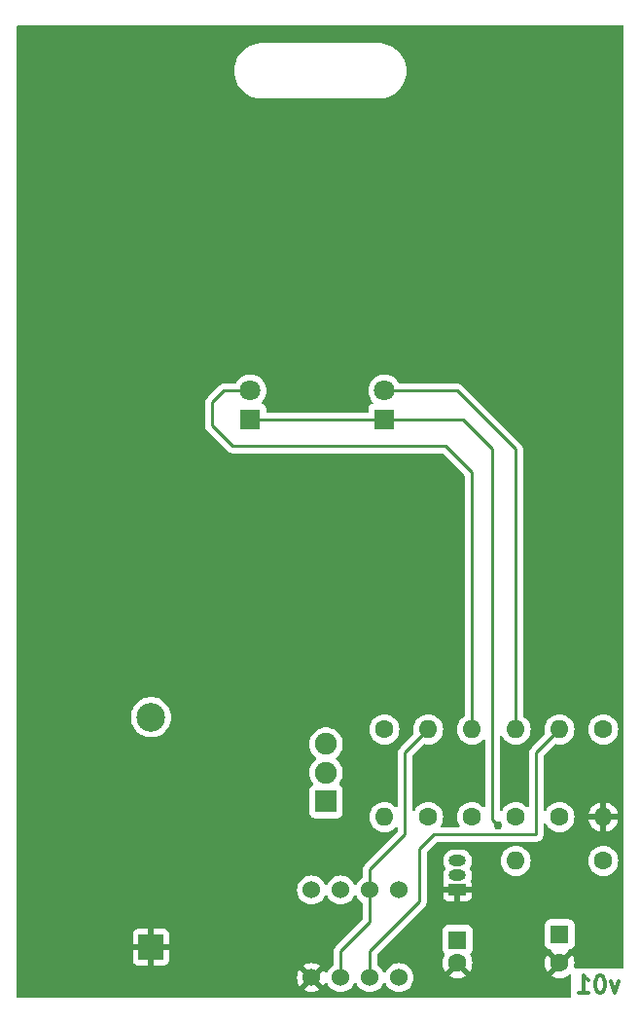
<source format=gbr>
%TF.GenerationSoftware,KiCad,Pcbnew,8.0.0*%
%TF.CreationDate,2024-03-07T10:06:40-08:00*%
%TF.ProjectId,555_Badge,3535355f-4261-4646-9765-2e6b69636164,v01*%
%TF.SameCoordinates,Original*%
%TF.FileFunction,Copper,L2,Bot*%
%TF.FilePolarity,Positive*%
%FSLAX46Y46*%
G04 Gerber Fmt 4.6, Leading zero omitted, Abs format (unit mm)*
G04 Created by KiCad (PCBNEW 8.0.0) date 2024-03-07 10:06:40*
%MOMM*%
%LPD*%
G01*
G04 APERTURE LIST*
%ADD10C,0.300000*%
%TA.AperFunction,NonConductor*%
%ADD11C,0.300000*%
%TD*%
%TA.AperFunction,ComponentPad*%
%ADD12C,1.524000*%
%TD*%
%TA.AperFunction,ComponentPad*%
%ADD13C,1.600000*%
%TD*%
%TA.AperFunction,ComponentPad*%
%ADD14O,1.600000X1.600000*%
%TD*%
%TA.AperFunction,ComponentPad*%
%ADD15R,1.800000X1.800000*%
%TD*%
%TA.AperFunction,ComponentPad*%
%ADD16C,1.800000*%
%TD*%
%TA.AperFunction,ComponentPad*%
%ADD17R,1.600000X1.600000*%
%TD*%
%TA.AperFunction,ComponentPad*%
%ADD18R,2.170000X2.170000*%
%TD*%
%TA.AperFunction,ComponentPad*%
%ADD19C,2.500000*%
%TD*%
%TA.AperFunction,ComponentPad*%
%ADD20R,1.900000X1.900000*%
%TD*%
%TA.AperFunction,ComponentPad*%
%ADD21C,1.900000*%
%TD*%
%TA.AperFunction,ComponentPad*%
%ADD22R,1.500000X1.000000*%
%TD*%
%TA.AperFunction,ComponentPad*%
%ADD23O,1.500000X1.000000*%
%TD*%
%TA.AperFunction,ViaPad*%
%ADD24C,0.762000*%
%TD*%
%TA.AperFunction,Conductor*%
%ADD25C,0.254000*%
%TD*%
G04 APERTURE END LIST*
D10*
D11*
X179928346Y-125038828D02*
X179571203Y-126038828D01*
X179571203Y-126038828D02*
X179214060Y-125038828D01*
X178356917Y-124538828D02*
X178214060Y-124538828D01*
X178214060Y-124538828D02*
X178071203Y-124610257D01*
X178071203Y-124610257D02*
X177999775Y-124681685D01*
X177999775Y-124681685D02*
X177928346Y-124824542D01*
X177928346Y-124824542D02*
X177856917Y-125110257D01*
X177856917Y-125110257D02*
X177856917Y-125467400D01*
X177856917Y-125467400D02*
X177928346Y-125753114D01*
X177928346Y-125753114D02*
X177999775Y-125895971D01*
X177999775Y-125895971D02*
X178071203Y-125967400D01*
X178071203Y-125967400D02*
X178214060Y-126038828D01*
X178214060Y-126038828D02*
X178356917Y-126038828D01*
X178356917Y-126038828D02*
X178499775Y-125967400D01*
X178499775Y-125967400D02*
X178571203Y-125895971D01*
X178571203Y-125895971D02*
X178642632Y-125753114D01*
X178642632Y-125753114D02*
X178714060Y-125467400D01*
X178714060Y-125467400D02*
X178714060Y-125110257D01*
X178714060Y-125110257D02*
X178642632Y-124824542D01*
X178642632Y-124824542D02*
X178571203Y-124681685D01*
X178571203Y-124681685D02*
X178499775Y-124610257D01*
X178499775Y-124610257D02*
X178356917Y-124538828D01*
X176428346Y-126038828D02*
X177285489Y-126038828D01*
X176856918Y-126038828D02*
X176856918Y-124538828D01*
X176856918Y-124538828D02*
X176999775Y-124753114D01*
X176999775Y-124753114D02*
X177142632Y-124895971D01*
X177142632Y-124895971D02*
X177285489Y-124967400D01*
D12*
%TO.P,U1,1,GND*%
%TO.N,GND*%
X153162000Y-124714000D03*
%TO.P,U1,2,~{TRID}*%
%TO.N,Net-(U1-THRESH)*%
X155702000Y-124714000D03*
%TO.P,U1,3,OUT*%
%TO.N,Net-(U1-OUT)*%
X158242000Y-124714000D03*
%TO.P,U1,4,~{RST}*%
%TO.N,VCC*%
X160782000Y-124714000D03*
%TO.P,U1,5,CV*%
%TO.N,unconnected-(U1-CV-Pad5)*%
X160782000Y-117094000D03*
%TO.P,U1,6,THRESH*%
%TO.N,Net-(U1-THRESH)*%
X158242000Y-117094000D03*
%TO.P,U1,7,DIS*%
%TO.N,Net-(U1-DIS)*%
X155702000Y-117094000D03*
%TO.P,U1,8,VDD*%
%TO.N,VCC*%
X153162000Y-117094000D03*
%TD*%
D13*
%TO.P,R7,1*%
%TO.N,VCC*%
X170942000Y-110744000D03*
D14*
%TO.P,R7,2*%
%TO.N,Net-(D2-A)*%
X170942000Y-103124000D03*
%TD*%
D15*
%TO.P,D1,1,K*%
%TO.N,Net-(D1-K)*%
X147828000Y-76200000D03*
D16*
%TO.P,D1,2,A*%
%TO.N,Net-(D1-A)*%
X147828000Y-73660000D03*
%TD*%
D13*
%TO.P,R2,1*%
%TO.N,Net-(U1-DIS)*%
X163322000Y-110744000D03*
D14*
%TO.P,R2,2*%
%TO.N,Net-(U1-THRESH)*%
X163322000Y-103124000D03*
%TD*%
D17*
%TO.P,C1,1*%
%TO.N,Net-(U1-THRESH)*%
X165862000Y-121444000D03*
D13*
%TO.P,C1,2*%
%TO.N,GND*%
X165862000Y-123444000D03*
%TD*%
D17*
%TO.P,C2,1*%
%TO.N,Net-(C2-Pad1)*%
X174752000Y-120944000D03*
D13*
%TO.P,C2,2*%
%TO.N,GND*%
X174752000Y-123444000D03*
%TD*%
D18*
%TO.P,BAT1,Neg*%
%TO.N,GND*%
X139192000Y-122059700D03*
D19*
%TO.P,BAT1,Pos*%
%TO.N,Net-(BAT1-PadPos)*%
X139192000Y-102059700D03*
%TD*%
D13*
%TO.P,R6,1*%
%TO.N,VCC*%
X167132000Y-110744000D03*
D14*
%TO.P,R6,2*%
%TO.N,Net-(D1-A)*%
X167132000Y-103124000D03*
%TD*%
D13*
%TO.P,R1,1*%
%TO.N,VCC*%
X159512000Y-103124000D03*
D14*
%TO.P,R1,2*%
%TO.N,Net-(U1-DIS)*%
X159512000Y-110744000D03*
%TD*%
D15*
%TO.P,D2,1,K*%
%TO.N,Net-(D1-K)*%
X159512000Y-76200000D03*
D16*
%TO.P,D2,2,A*%
%TO.N,Net-(D2-A)*%
X159512000Y-73660000D03*
%TD*%
D13*
%TO.P,R3,1*%
%TO.N,Net-(C2-Pad1)*%
X174752000Y-110744000D03*
D14*
%TO.P,R3,2*%
%TO.N,Net-(U1-OUT)*%
X174752000Y-103124000D03*
%TD*%
D13*
%TO.P,R5,1*%
%TO.N,Net-(C2-Pad1)*%
X178562000Y-114554000D03*
D14*
%TO.P,R5,2*%
%TO.N,Net-(Q1-B)*%
X170942000Y-114554000D03*
%TD*%
D13*
%TO.P,R4,1*%
%TO.N,Net-(C2-Pad1)*%
X178562000Y-103124000D03*
D14*
%TO.P,R4,2*%
%TO.N,GND*%
X178562000Y-110744000D03*
%TD*%
D20*
%TO.P,S1,1*%
%TO.N,unconnected-(S1-Pad1)*%
X154432000Y-109394000D03*
D21*
%TO.P,S1,2*%
%TO.N,VCC*%
X154432000Y-106894000D03*
%TO.P,S1,3*%
%TO.N,Net-(BAT1-PadPos)*%
X154432000Y-104394000D03*
%TD*%
D22*
%TO.P,Q1,1,E*%
%TO.N,GND*%
X165862000Y-117094000D03*
D23*
%TO.P,Q1,2,B*%
%TO.N,Net-(Q1-B)*%
X165862000Y-115824000D03*
%TO.P,Q1,3,C*%
%TO.N,Net-(D1-K)*%
X165862000Y-114554000D03*
%TD*%
D24*
%TO.N,Net-(D1-K)*%
X169418000Y-111506000D03*
%TD*%
D25*
%TO.N,Net-(U1-THRESH)*%
X158242000Y-115316000D02*
X161290000Y-112268000D01*
X158242000Y-117094000D02*
X158242000Y-115316000D01*
X155702000Y-124714000D02*
X155702000Y-122428000D01*
X155702000Y-122428000D02*
X158242000Y-119888000D01*
X161290000Y-105156000D02*
X163322000Y-103124000D01*
X161290000Y-112268000D02*
X161290000Y-105156000D01*
X158242000Y-119888000D02*
X158242000Y-117094000D01*
%TO.N,Net-(D1-A)*%
X167132000Y-103124000D02*
X167132000Y-80772000D01*
X164846000Y-78486000D02*
X146304000Y-78486000D01*
X146304000Y-78486000D02*
X144526000Y-76708000D01*
X144526000Y-76708000D02*
X144526000Y-74676000D01*
X144526000Y-74676000D02*
X145542000Y-73660000D01*
X145542000Y-73660000D02*
X147828000Y-73660000D01*
X167132000Y-80772000D02*
X164846000Y-78486000D01*
%TO.N,Net-(D1-K)*%
X168910000Y-110998000D02*
X168910000Y-78740000D01*
X169418000Y-111506000D02*
X168910000Y-110998000D01*
X168910000Y-78740000D02*
X166370000Y-76200000D01*
X159512000Y-76200000D02*
X147828000Y-76200000D01*
X166370000Y-76200000D02*
X159512000Y-76200000D01*
%TO.N,Net-(D2-A)*%
X170942000Y-78740000D02*
X165862000Y-73660000D01*
X170942000Y-103124000D02*
X170942000Y-78740000D01*
X165862000Y-73660000D02*
X159512000Y-73660000D01*
%TO.N,Net-(U1-OUT)*%
X172720000Y-105156000D02*
X174752000Y-103124000D01*
X172720000Y-112268000D02*
X172720000Y-105156000D01*
X162560000Y-118110000D02*
X162560000Y-113538000D01*
X163830000Y-112268000D02*
X172720000Y-112268000D01*
X158242000Y-124714000D02*
X158242000Y-122428000D01*
X162560000Y-113538000D02*
X163830000Y-112268000D01*
X158242000Y-122428000D02*
X162560000Y-118110000D01*
%TD*%
%TA.AperFunction,Conductor*%
%TO.N,GND*%
G36*
X180290539Y-41922185D02*
G01*
X180336294Y-41974989D01*
X180347500Y-42026500D01*
X180347500Y-123756484D01*
X180327815Y-123823523D01*
X180275011Y-123869278D01*
X180223500Y-123880484D01*
X176142504Y-123880484D01*
X176075465Y-123860799D01*
X176029710Y-123807995D01*
X176019766Y-123738837D01*
X176022729Y-123724390D01*
X176037140Y-123670607D01*
X176037141Y-123670599D01*
X176056966Y-123444002D01*
X176056966Y-123443997D01*
X176037141Y-123217400D01*
X176037139Y-123217389D01*
X175978269Y-122997682D01*
X175978264Y-122997668D01*
X175882136Y-122791521D01*
X175882132Y-122791513D01*
X175831025Y-122718526D01*
X175152000Y-123397552D01*
X175152000Y-123391339D01*
X175124741Y-123289606D01*
X175072080Y-123198394D01*
X174997606Y-123123920D01*
X174906394Y-123071259D01*
X174804661Y-123044000D01*
X174798448Y-123044000D01*
X175482645Y-122359801D01*
X175492492Y-122310807D01*
X175541107Y-122260624D01*
X175596633Y-122245981D01*
X175596576Y-122244900D01*
X175596571Y-122244854D01*
X175596573Y-122244853D01*
X175596564Y-122244676D01*
X175599857Y-122244499D01*
X175599872Y-122244499D01*
X175659483Y-122238091D01*
X175794331Y-122187796D01*
X175909546Y-122101546D01*
X175995796Y-121986331D01*
X176046091Y-121851483D01*
X176052500Y-121791873D01*
X176052499Y-120096128D01*
X176046091Y-120036517D01*
X175995796Y-119901669D01*
X175995795Y-119901668D01*
X175995793Y-119901664D01*
X175909547Y-119786455D01*
X175909544Y-119786452D01*
X175794335Y-119700206D01*
X175794328Y-119700202D01*
X175659482Y-119649908D01*
X175659483Y-119649908D01*
X175599883Y-119643501D01*
X175599881Y-119643500D01*
X175599873Y-119643500D01*
X175599864Y-119643500D01*
X173904129Y-119643500D01*
X173904123Y-119643501D01*
X173844516Y-119649908D01*
X173709671Y-119700202D01*
X173709664Y-119700206D01*
X173594455Y-119786452D01*
X173594452Y-119786455D01*
X173508206Y-119901664D01*
X173508202Y-119901671D01*
X173457908Y-120036517D01*
X173454197Y-120071039D01*
X173451501Y-120096123D01*
X173451500Y-120096135D01*
X173451500Y-121791870D01*
X173451501Y-121791876D01*
X173457908Y-121851483D01*
X173508202Y-121986328D01*
X173508206Y-121986335D01*
X173594452Y-122101544D01*
X173594455Y-122101547D01*
X173709664Y-122187793D01*
X173709671Y-122187797D01*
X173754618Y-122204561D01*
X173844517Y-122238091D01*
X173904127Y-122244500D01*
X173904153Y-122244499D01*
X173907453Y-122244678D01*
X173907372Y-122246183D01*
X173968672Y-122264112D01*
X174014483Y-122316867D01*
X174022016Y-122360464D01*
X174705553Y-123044000D01*
X174699339Y-123044000D01*
X174597606Y-123071259D01*
X174506394Y-123123920D01*
X174431920Y-123198394D01*
X174379259Y-123289606D01*
X174352000Y-123391339D01*
X174352000Y-123397552D01*
X173672974Y-122718526D01*
X173672973Y-122718526D01*
X173621868Y-122791512D01*
X173621866Y-122791516D01*
X173525734Y-122997673D01*
X173525730Y-122997682D01*
X173466860Y-123217389D01*
X173466858Y-123217400D01*
X173447034Y-123443997D01*
X173447034Y-123444002D01*
X173466858Y-123670599D01*
X173466860Y-123670610D01*
X173525730Y-123890317D01*
X173525735Y-123890331D01*
X173621863Y-124096478D01*
X173672974Y-124169472D01*
X174352000Y-123490446D01*
X174352000Y-123496661D01*
X174379259Y-123598394D01*
X174431920Y-123689606D01*
X174506394Y-123764080D01*
X174597606Y-123816741D01*
X174699339Y-123844000D01*
X174705553Y-123844000D01*
X174026526Y-124523025D01*
X174099513Y-124574132D01*
X174099521Y-124574136D01*
X174305668Y-124670264D01*
X174305682Y-124670269D01*
X174525389Y-124729139D01*
X174525400Y-124729141D01*
X174751998Y-124748966D01*
X174752002Y-124748966D01*
X174978599Y-124729141D01*
X174978610Y-124729139D01*
X175198317Y-124670269D01*
X175198326Y-124670265D01*
X175404483Y-124574133D01*
X175404489Y-124574129D01*
X175577722Y-124452830D01*
X175643928Y-124430502D01*
X175711695Y-124447512D01*
X175759509Y-124498460D01*
X175772846Y-124554404D01*
X175772846Y-126375500D01*
X175753161Y-126442539D01*
X175700357Y-126488294D01*
X175648846Y-126499500D01*
X127624500Y-126499500D01*
X127557461Y-126479815D01*
X127511706Y-126427011D01*
X127500500Y-126375500D01*
X127500500Y-123192544D01*
X137607000Y-123192544D01*
X137613401Y-123252072D01*
X137613403Y-123252079D01*
X137663645Y-123386786D01*
X137663649Y-123386793D01*
X137749809Y-123501887D01*
X137749812Y-123501890D01*
X137864906Y-123588050D01*
X137864913Y-123588054D01*
X137999620Y-123638296D01*
X137999627Y-123638298D01*
X138059155Y-123644699D01*
X138059172Y-123644700D01*
X138942000Y-123644700D01*
X138942000Y-122590862D01*
X138966198Y-122604833D01*
X139114983Y-122644700D01*
X139269017Y-122644700D01*
X139417802Y-122604833D01*
X139442000Y-122590862D01*
X139442000Y-123644700D01*
X140324828Y-123644700D01*
X140324844Y-123644699D01*
X140384372Y-123638298D01*
X140384379Y-123638296D01*
X140519086Y-123588054D01*
X140519093Y-123588050D01*
X140634187Y-123501890D01*
X140634190Y-123501887D01*
X140720350Y-123386793D01*
X140720354Y-123386786D01*
X140770596Y-123252079D01*
X140770598Y-123252072D01*
X140776999Y-123192544D01*
X140777000Y-123192527D01*
X140777000Y-122309700D01*
X139723162Y-122309700D01*
X139737133Y-122285502D01*
X139777000Y-122136717D01*
X139777000Y-121982683D01*
X139737133Y-121833898D01*
X139723162Y-121809700D01*
X140777000Y-121809700D01*
X140777000Y-120926872D01*
X140776999Y-120926855D01*
X140770598Y-120867327D01*
X140770596Y-120867320D01*
X140720354Y-120732613D01*
X140720350Y-120732606D01*
X140634190Y-120617512D01*
X140634187Y-120617509D01*
X140519093Y-120531349D01*
X140519086Y-120531345D01*
X140384379Y-120481103D01*
X140384372Y-120481101D01*
X140324844Y-120474700D01*
X139442000Y-120474700D01*
X139442000Y-121528537D01*
X139417802Y-121514567D01*
X139269017Y-121474700D01*
X139114983Y-121474700D01*
X138966198Y-121514567D01*
X138942000Y-121528537D01*
X138942000Y-120474700D01*
X138059155Y-120474700D01*
X137999627Y-120481101D01*
X137999620Y-120481103D01*
X137864913Y-120531345D01*
X137864906Y-120531349D01*
X137749812Y-120617509D01*
X137749809Y-120617512D01*
X137663649Y-120732606D01*
X137663645Y-120732613D01*
X137613403Y-120867320D01*
X137613401Y-120867327D01*
X137607000Y-120926855D01*
X137607000Y-121809700D01*
X138660838Y-121809700D01*
X138646867Y-121833898D01*
X138607000Y-121982683D01*
X138607000Y-122136717D01*
X138646867Y-122285502D01*
X138660838Y-122309700D01*
X137607000Y-122309700D01*
X137607000Y-123192544D01*
X127500500Y-123192544D01*
X127500500Y-106894005D01*
X152976529Y-106894005D01*
X152996379Y-107133559D01*
X153055389Y-107366589D01*
X153151951Y-107586729D01*
X153283427Y-107787966D01*
X153283430Y-107787970D01*
X153292758Y-107798103D01*
X153323679Y-107860758D01*
X153315818Y-107930184D01*
X153271670Y-107984339D01*
X153244863Y-107998266D01*
X153239672Y-108000202D01*
X153239664Y-108000206D01*
X153124455Y-108086452D01*
X153124452Y-108086455D01*
X153038206Y-108201664D01*
X153038202Y-108201671D01*
X152987908Y-108336517D01*
X152981501Y-108396116D01*
X152981501Y-108396123D01*
X152981500Y-108396135D01*
X152981500Y-110391870D01*
X152981501Y-110391876D01*
X152987908Y-110451483D01*
X153038202Y-110586328D01*
X153038206Y-110586335D01*
X153124452Y-110701544D01*
X153124455Y-110701547D01*
X153239664Y-110787793D01*
X153239671Y-110787797D01*
X153374517Y-110838091D01*
X153374516Y-110838091D01*
X153381444Y-110838835D01*
X153434127Y-110844500D01*
X155429872Y-110844499D01*
X155489483Y-110838091D01*
X155624331Y-110787796D01*
X155739546Y-110701546D01*
X155825796Y-110586331D01*
X155876091Y-110451483D01*
X155882500Y-110391873D01*
X155882499Y-108396128D01*
X155876091Y-108336517D01*
X155825796Y-108201669D01*
X155825795Y-108201668D01*
X155825793Y-108201664D01*
X155739547Y-108086455D01*
X155739544Y-108086452D01*
X155624335Y-108000206D01*
X155624330Y-108000203D01*
X155619138Y-107998267D01*
X155563205Y-107956395D01*
X155538788Y-107890931D01*
X155553640Y-107822658D01*
X155571241Y-107798103D01*
X155580571Y-107787969D01*
X155712049Y-107586728D01*
X155808610Y-107366591D01*
X155867620Y-107133563D01*
X155887471Y-106894000D01*
X155867620Y-106654437D01*
X155808610Y-106421409D01*
X155712049Y-106201272D01*
X155580571Y-106000031D01*
X155417764Y-105823175D01*
X155313281Y-105741852D01*
X155272469Y-105685143D01*
X155268794Y-105615370D01*
X155303425Y-105554687D01*
X155313275Y-105546151D01*
X155417764Y-105464825D01*
X155580571Y-105287969D01*
X155712049Y-105086728D01*
X155808610Y-104866591D01*
X155867620Y-104633563D01*
X155884532Y-104429468D01*
X155887471Y-104394005D01*
X155887471Y-104393994D01*
X155867620Y-104154440D01*
X155867620Y-104154437D01*
X155808610Y-103921409D01*
X155712049Y-103701272D01*
X155580571Y-103500031D01*
X155417764Y-103323175D01*
X155417759Y-103323171D01*
X155417757Y-103323169D01*
X155228075Y-103175533D01*
X155228069Y-103175529D01*
X155132854Y-103124001D01*
X158206532Y-103124001D01*
X158226364Y-103350686D01*
X158226366Y-103350697D01*
X158285258Y-103570488D01*
X158285261Y-103570497D01*
X158381431Y-103776732D01*
X158381432Y-103776734D01*
X158511954Y-103963141D01*
X158672858Y-104124045D01*
X158672861Y-104124047D01*
X158859266Y-104254568D01*
X159065504Y-104350739D01*
X159285308Y-104409635D01*
X159447230Y-104423801D01*
X159511998Y-104429468D01*
X159512000Y-104429468D01*
X159512002Y-104429468D01*
X159574385Y-104424010D01*
X159738692Y-104409635D01*
X159958496Y-104350739D01*
X160164734Y-104254568D01*
X160351139Y-104124047D01*
X160512047Y-103963139D01*
X160642568Y-103776734D01*
X160738739Y-103570496D01*
X160797635Y-103350692D01*
X160817468Y-103124000D01*
X160797635Y-102897308D01*
X160738739Y-102677504D01*
X160642568Y-102471266D01*
X160512047Y-102284861D01*
X160512045Y-102284858D01*
X160351141Y-102123954D01*
X160164734Y-101993432D01*
X160164732Y-101993431D01*
X159958497Y-101897261D01*
X159958488Y-101897258D01*
X159738697Y-101838366D01*
X159738693Y-101838365D01*
X159738692Y-101838365D01*
X159738691Y-101838364D01*
X159738686Y-101838364D01*
X159512002Y-101818532D01*
X159511998Y-101818532D01*
X159285313Y-101838364D01*
X159285302Y-101838366D01*
X159065511Y-101897258D01*
X159065502Y-101897261D01*
X158859267Y-101993431D01*
X158859265Y-101993432D01*
X158672858Y-102123954D01*
X158511954Y-102284858D01*
X158381432Y-102471265D01*
X158381431Y-102471267D01*
X158285261Y-102677502D01*
X158285258Y-102677511D01*
X158226366Y-102897302D01*
X158226364Y-102897313D01*
X158206532Y-103123998D01*
X158206532Y-103124001D01*
X155132854Y-103124001D01*
X155016657Y-103061118D01*
X155016652Y-103061116D01*
X154789300Y-102983066D01*
X154611468Y-102953391D01*
X154552192Y-102943500D01*
X154311808Y-102943500D01*
X154264387Y-102951413D01*
X154074699Y-102983066D01*
X153847347Y-103061116D01*
X153847342Y-103061118D01*
X153635930Y-103175529D01*
X153635924Y-103175533D01*
X153446242Y-103323169D01*
X153446239Y-103323172D01*
X153283430Y-103500029D01*
X153283427Y-103500033D01*
X153151951Y-103701270D01*
X153055389Y-103921410D01*
X152996379Y-104154440D01*
X152976529Y-104393994D01*
X152976529Y-104394005D01*
X152996379Y-104633559D01*
X153055389Y-104866589D01*
X153151951Y-105086729D01*
X153283427Y-105287966D01*
X153283429Y-105287969D01*
X153446236Y-105464825D01*
X153550718Y-105546147D01*
X153591531Y-105602857D01*
X153595206Y-105672630D01*
X153560575Y-105733313D01*
X153550724Y-105741848D01*
X153476294Y-105799779D01*
X153446237Y-105823174D01*
X153283430Y-106000029D01*
X153283427Y-106000033D01*
X153151951Y-106201270D01*
X153055389Y-106421410D01*
X152996379Y-106654440D01*
X152976529Y-106893994D01*
X152976529Y-106894005D01*
X127500500Y-106894005D01*
X127500500Y-102059704D01*
X137436592Y-102059704D01*
X137456196Y-102321320D01*
X137456197Y-102321325D01*
X137514576Y-102577102D01*
X137514578Y-102577111D01*
X137514580Y-102577116D01*
X137610432Y-102821343D01*
X137741614Y-103048557D01*
X137801778Y-103124000D01*
X137905198Y-103253685D01*
X138081012Y-103416815D01*
X138097521Y-103432133D01*
X138314296Y-103579928D01*
X138314301Y-103579930D01*
X138314302Y-103579931D01*
X138314303Y-103579932D01*
X138409704Y-103625874D01*
X138550673Y-103693761D01*
X138550674Y-103693761D01*
X138550677Y-103693763D01*
X138801385Y-103771096D01*
X139060818Y-103810200D01*
X139323182Y-103810200D01*
X139582615Y-103771096D01*
X139833323Y-103693763D01*
X140069704Y-103579928D01*
X140286479Y-103432133D01*
X140478805Y-103253681D01*
X140642386Y-103048557D01*
X140773568Y-102821343D01*
X140869420Y-102577116D01*
X140927802Y-102321330D01*
X140932496Y-102258689D01*
X140947408Y-102059704D01*
X140947408Y-102059695D01*
X140927803Y-101798079D01*
X140927802Y-101798074D01*
X140927802Y-101798070D01*
X140869420Y-101542284D01*
X140773568Y-101298057D01*
X140642386Y-101070843D01*
X140478805Y-100865719D01*
X140478804Y-100865718D01*
X140478801Y-100865714D01*
X140286479Y-100687267D01*
X140069704Y-100539472D01*
X140069700Y-100539470D01*
X140069697Y-100539468D01*
X140069696Y-100539467D01*
X139833325Y-100425638D01*
X139833327Y-100425638D01*
X139582623Y-100348306D01*
X139582619Y-100348305D01*
X139582615Y-100348304D01*
X139457823Y-100329494D01*
X139323187Y-100309200D01*
X139323182Y-100309200D01*
X139060818Y-100309200D01*
X139060812Y-100309200D01*
X138899247Y-100333553D01*
X138801385Y-100348304D01*
X138801382Y-100348305D01*
X138801376Y-100348306D01*
X138550673Y-100425638D01*
X138314303Y-100539467D01*
X138314302Y-100539468D01*
X138097520Y-100687267D01*
X137905198Y-100865714D01*
X137741614Y-101070843D01*
X137610432Y-101298056D01*
X137514582Y-101542278D01*
X137514576Y-101542297D01*
X137456197Y-101798074D01*
X137456196Y-101798079D01*
X137436592Y-102059695D01*
X137436592Y-102059704D01*
X127500500Y-102059704D01*
X127500500Y-76769807D01*
X143898500Y-76769807D01*
X143922612Y-76891027D01*
X143922615Y-76891039D01*
X143942193Y-76938303D01*
X143969915Y-77005229D01*
X143969917Y-77005233D01*
X143994699Y-77042322D01*
X143994699Y-77042323D01*
X144038585Y-77108003D01*
X144038591Y-77108011D01*
X145816589Y-78886008D01*
X145894181Y-78963600D01*
X145903994Y-78973413D01*
X145903996Y-78973414D01*
X146006756Y-79042076D01*
X146006758Y-79042077D01*
X146006767Y-79042083D01*
X146028974Y-79051281D01*
X146054071Y-79061677D01*
X146096254Y-79079149D01*
X146120966Y-79089386D01*
X146242192Y-79113499D01*
X146242196Y-79113500D01*
X146242197Y-79113500D01*
X146365803Y-79113500D01*
X164534719Y-79113500D01*
X164601758Y-79133185D01*
X164622400Y-79149819D01*
X166468181Y-80995600D01*
X166501666Y-81056923D01*
X166504500Y-81083281D01*
X166504500Y-101911212D01*
X166484815Y-101978251D01*
X166451623Y-102012787D01*
X166292858Y-102123954D01*
X166131954Y-102284858D01*
X166001432Y-102471265D01*
X166001431Y-102471267D01*
X165905261Y-102677502D01*
X165905258Y-102677511D01*
X165846366Y-102897302D01*
X165846364Y-102897313D01*
X165826532Y-103123998D01*
X165826532Y-103124001D01*
X165846364Y-103350686D01*
X165846366Y-103350697D01*
X165905258Y-103570488D01*
X165905261Y-103570497D01*
X166001431Y-103776732D01*
X166001432Y-103776734D01*
X166131954Y-103963141D01*
X166292858Y-104124045D01*
X166292861Y-104124047D01*
X166479266Y-104254568D01*
X166685504Y-104350739D01*
X166905308Y-104409635D01*
X167067230Y-104423801D01*
X167131998Y-104429468D01*
X167132000Y-104429468D01*
X167132002Y-104429468D01*
X167194385Y-104424010D01*
X167358692Y-104409635D01*
X167578496Y-104350739D01*
X167784734Y-104254568D01*
X167971139Y-104124047D01*
X167991983Y-104103203D01*
X168070819Y-104024368D01*
X168132142Y-103990883D01*
X168201834Y-103995867D01*
X168257767Y-104037739D01*
X168282184Y-104103203D01*
X168282500Y-104112049D01*
X168282500Y-109755951D01*
X168262815Y-109822990D01*
X168210011Y-109868745D01*
X168140853Y-109878689D01*
X168077297Y-109849664D01*
X168070819Y-109843632D01*
X167971141Y-109743954D01*
X167784734Y-109613432D01*
X167784732Y-109613431D01*
X167578497Y-109517261D01*
X167578488Y-109517258D01*
X167358697Y-109458366D01*
X167358693Y-109458365D01*
X167358692Y-109458365D01*
X167358691Y-109458364D01*
X167358686Y-109458364D01*
X167132002Y-109438532D01*
X167131998Y-109438532D01*
X166905313Y-109458364D01*
X166905302Y-109458366D01*
X166685511Y-109517258D01*
X166685502Y-109517261D01*
X166479267Y-109613431D01*
X166479265Y-109613432D01*
X166292858Y-109743954D01*
X166131954Y-109904858D01*
X166001432Y-110091265D01*
X166001431Y-110091267D01*
X165905261Y-110297502D01*
X165905258Y-110297511D01*
X165846366Y-110517302D01*
X165846364Y-110517313D01*
X165826532Y-110743998D01*
X165826532Y-110744001D01*
X165846364Y-110970686D01*
X165846366Y-110970697D01*
X165905258Y-111190488D01*
X165905261Y-111190497D01*
X166001431Y-111396732D01*
X166001432Y-111396734D01*
X166035492Y-111445377D01*
X166057819Y-111511584D01*
X166040808Y-111579351D01*
X165989860Y-111627163D01*
X165933917Y-111640500D01*
X164520083Y-111640500D01*
X164453044Y-111620815D01*
X164407289Y-111568011D01*
X164397345Y-111498853D01*
X164418508Y-111445377D01*
X164452568Y-111396734D01*
X164548739Y-111190496D01*
X164607635Y-110970692D01*
X164627468Y-110744000D01*
X164607635Y-110517308D01*
X164548739Y-110297504D01*
X164452568Y-110091266D01*
X164322047Y-109904861D01*
X164322045Y-109904858D01*
X164161141Y-109743954D01*
X163974734Y-109613432D01*
X163974732Y-109613431D01*
X163768497Y-109517261D01*
X163768488Y-109517258D01*
X163548697Y-109458366D01*
X163548693Y-109458365D01*
X163548692Y-109458365D01*
X163548691Y-109458364D01*
X163548686Y-109458364D01*
X163322002Y-109438532D01*
X163321998Y-109438532D01*
X163095313Y-109458364D01*
X163095302Y-109458366D01*
X162875511Y-109517258D01*
X162875502Y-109517261D01*
X162669267Y-109613431D01*
X162669265Y-109613432D01*
X162482858Y-109743954D01*
X162321954Y-109904858D01*
X162191432Y-110091265D01*
X162191431Y-110091267D01*
X162153882Y-110171792D01*
X162107709Y-110224231D01*
X162040516Y-110243383D01*
X161973635Y-110223167D01*
X161928300Y-110170002D01*
X161917500Y-110119387D01*
X161917500Y-105467280D01*
X161937185Y-105400241D01*
X161953814Y-105379603D01*
X162909409Y-104424008D01*
X162970730Y-104390525D01*
X163029180Y-104391915D01*
X163095308Y-104409635D01*
X163257230Y-104423801D01*
X163321998Y-104429468D01*
X163322000Y-104429468D01*
X163322002Y-104429468D01*
X163384385Y-104424010D01*
X163548692Y-104409635D01*
X163768496Y-104350739D01*
X163974734Y-104254568D01*
X164161139Y-104124047D01*
X164322047Y-103963139D01*
X164452568Y-103776734D01*
X164548739Y-103570496D01*
X164607635Y-103350692D01*
X164627468Y-103124000D01*
X164607635Y-102897308D01*
X164548739Y-102677504D01*
X164452568Y-102471266D01*
X164322047Y-102284861D01*
X164322045Y-102284858D01*
X164161141Y-102123954D01*
X163974734Y-101993432D01*
X163974732Y-101993431D01*
X163768497Y-101897261D01*
X163768488Y-101897258D01*
X163548697Y-101838366D01*
X163548693Y-101838365D01*
X163548692Y-101838365D01*
X163548691Y-101838364D01*
X163548686Y-101838364D01*
X163322002Y-101818532D01*
X163321998Y-101818532D01*
X163095313Y-101838364D01*
X163095302Y-101838366D01*
X162875511Y-101897258D01*
X162875502Y-101897261D01*
X162669267Y-101993431D01*
X162669265Y-101993432D01*
X162482858Y-102123954D01*
X162321954Y-102284858D01*
X162191432Y-102471265D01*
X162191431Y-102471267D01*
X162095261Y-102677502D01*
X162095258Y-102677511D01*
X162036366Y-102897302D01*
X162036364Y-102897313D01*
X162016532Y-103123998D01*
X162016532Y-103124001D01*
X162036364Y-103350686D01*
X162036365Y-103350694D01*
X162054083Y-103416815D01*
X162052420Y-103486665D01*
X162021989Y-103536590D01*
X161168056Y-104390525D01*
X160889992Y-104668589D01*
X160802589Y-104755992D01*
X160733916Y-104858769D01*
X160720061Y-104892214D01*
X160720062Y-104892215D01*
X160686615Y-104972962D01*
X160686612Y-104972972D01*
X160663985Y-105086727D01*
X160663986Y-105086728D01*
X160662500Y-105094199D01*
X160662500Y-109755951D01*
X160642815Y-109822990D01*
X160590011Y-109868745D01*
X160520853Y-109878689D01*
X160457297Y-109849664D01*
X160450819Y-109843632D01*
X160351141Y-109743954D01*
X160164734Y-109613432D01*
X160164732Y-109613431D01*
X159958497Y-109517261D01*
X159958488Y-109517258D01*
X159738697Y-109458366D01*
X159738693Y-109458365D01*
X159738692Y-109458365D01*
X159738691Y-109458364D01*
X159738686Y-109458364D01*
X159512002Y-109438532D01*
X159511998Y-109438532D01*
X159285313Y-109458364D01*
X159285302Y-109458366D01*
X159065511Y-109517258D01*
X159065502Y-109517261D01*
X158859267Y-109613431D01*
X158859265Y-109613432D01*
X158672858Y-109743954D01*
X158511954Y-109904858D01*
X158381432Y-110091265D01*
X158381431Y-110091267D01*
X158285261Y-110297502D01*
X158285258Y-110297511D01*
X158226366Y-110517302D01*
X158226364Y-110517313D01*
X158206532Y-110743998D01*
X158206532Y-110744001D01*
X158226364Y-110970686D01*
X158226366Y-110970697D01*
X158285258Y-111190488D01*
X158285261Y-111190497D01*
X158381431Y-111396732D01*
X158381432Y-111396734D01*
X158511954Y-111583141D01*
X158672858Y-111744045D01*
X158672861Y-111744047D01*
X158859266Y-111874568D01*
X159065504Y-111970739D01*
X159285308Y-112029635D01*
X159447230Y-112043801D01*
X159511998Y-112049468D01*
X159512000Y-112049468D01*
X159512002Y-112049468D01*
X159569927Y-112044400D01*
X159738692Y-112029635D01*
X159958496Y-111970739D01*
X160164734Y-111874568D01*
X160351139Y-111744047D01*
X160371983Y-111723203D01*
X160450819Y-111644368D01*
X160512142Y-111610883D01*
X160581834Y-111615867D01*
X160637767Y-111657739D01*
X160662184Y-111723203D01*
X160662500Y-111732049D01*
X160662500Y-111956719D01*
X160642815Y-112023758D01*
X160626181Y-112044400D01*
X157841992Y-114828589D01*
X157798289Y-114872291D01*
X157754587Y-114915993D01*
X157685920Y-115018760D01*
X157685913Y-115018773D01*
X157674280Y-115046860D01*
X157674280Y-115046861D01*
X157643939Y-115120110D01*
X157638614Y-115132965D01*
X157627909Y-115186787D01*
X157614653Y-115253431D01*
X157614645Y-115253469D01*
X157614500Y-115254194D01*
X157614500Y-115927601D01*
X157594815Y-115994640D01*
X157561623Y-116029176D01*
X157427378Y-116123174D01*
X157271175Y-116279377D01*
X157144466Y-116460338D01*
X157144465Y-116460340D01*
X157084382Y-116589189D01*
X157038209Y-116641628D01*
X156971016Y-116660780D01*
X156904135Y-116640564D01*
X156859618Y-116589189D01*
X156811789Y-116486620D01*
X156799534Y-116460339D01*
X156672826Y-116279380D01*
X156516620Y-116123174D01*
X156516616Y-116123171D01*
X156516615Y-116123170D01*
X156335666Y-115996468D01*
X156335662Y-115996466D01*
X156329499Y-115993592D01*
X156135450Y-115903106D01*
X156135447Y-115903105D01*
X156135445Y-115903104D01*
X155922070Y-115845930D01*
X155922062Y-115845929D01*
X155702002Y-115826677D01*
X155701998Y-115826677D01*
X155481937Y-115845929D01*
X155481929Y-115845930D01*
X155268554Y-115903104D01*
X155268548Y-115903107D01*
X155068340Y-115996465D01*
X155068338Y-115996466D01*
X154887377Y-116123175D01*
X154731175Y-116279377D01*
X154604466Y-116460338D01*
X154604465Y-116460340D01*
X154544382Y-116589189D01*
X154498209Y-116641628D01*
X154431016Y-116660780D01*
X154364135Y-116640564D01*
X154319618Y-116589189D01*
X154271789Y-116486620D01*
X154259534Y-116460339D01*
X154132826Y-116279380D01*
X153976620Y-116123174D01*
X153976616Y-116123171D01*
X153976615Y-116123170D01*
X153795666Y-115996468D01*
X153795662Y-115996466D01*
X153789499Y-115993592D01*
X153595450Y-115903106D01*
X153595447Y-115903105D01*
X153595445Y-115903104D01*
X153382070Y-115845930D01*
X153382062Y-115845929D01*
X153162002Y-115826677D01*
X153161998Y-115826677D01*
X152941937Y-115845929D01*
X152941929Y-115845930D01*
X152728554Y-115903104D01*
X152728548Y-115903107D01*
X152528340Y-115996465D01*
X152528338Y-115996466D01*
X152347377Y-116123175D01*
X152191175Y-116279377D01*
X152064466Y-116460338D01*
X152064465Y-116460340D01*
X151971107Y-116660548D01*
X151971104Y-116660554D01*
X151913930Y-116873929D01*
X151913929Y-116873937D01*
X151894677Y-117093997D01*
X151894677Y-117094002D01*
X151913929Y-117314062D01*
X151913930Y-117314070D01*
X151971104Y-117527445D01*
X151971105Y-117527447D01*
X151971106Y-117527450D01*
X152004382Y-117598811D01*
X152064466Y-117727662D01*
X152064468Y-117727666D01*
X152191170Y-117908615D01*
X152191175Y-117908621D01*
X152347378Y-118064824D01*
X152347384Y-118064829D01*
X152528333Y-118191531D01*
X152528335Y-118191532D01*
X152528338Y-118191534D01*
X152728550Y-118284894D01*
X152941932Y-118342070D01*
X153099123Y-118355822D01*
X153161998Y-118361323D01*
X153162000Y-118361323D01*
X153162002Y-118361323D01*
X153217017Y-118356509D01*
X153382068Y-118342070D01*
X153595450Y-118284894D01*
X153795662Y-118191534D01*
X153976620Y-118064826D01*
X154132826Y-117908620D01*
X154259534Y-117727662D01*
X154319618Y-117598811D01*
X154365790Y-117546371D01*
X154432983Y-117527219D01*
X154499865Y-117547435D01*
X154544382Y-117598811D01*
X154604464Y-117727658D01*
X154604468Y-117727666D01*
X154731170Y-117908615D01*
X154731175Y-117908621D01*
X154887378Y-118064824D01*
X154887384Y-118064829D01*
X155068333Y-118191531D01*
X155068335Y-118191532D01*
X155068338Y-118191534D01*
X155268550Y-118284894D01*
X155481932Y-118342070D01*
X155639123Y-118355822D01*
X155701998Y-118361323D01*
X155702000Y-118361323D01*
X155702002Y-118361323D01*
X155757017Y-118356509D01*
X155922068Y-118342070D01*
X156135450Y-118284894D01*
X156335662Y-118191534D01*
X156516620Y-118064826D01*
X156672826Y-117908620D01*
X156799534Y-117727662D01*
X156859618Y-117598811D01*
X156905790Y-117546371D01*
X156972983Y-117527219D01*
X157039865Y-117547435D01*
X157084382Y-117598811D01*
X157144464Y-117727658D01*
X157144468Y-117727666D01*
X157271170Y-117908615D01*
X157271174Y-117908620D01*
X157427380Y-118064826D01*
X157561624Y-118158824D01*
X157605248Y-118213399D01*
X157614500Y-118260398D01*
X157614500Y-119576718D01*
X157594815Y-119643757D01*
X157578180Y-119664399D01*
X155301992Y-121940589D01*
X155259898Y-121982683D01*
X155214586Y-122027994D01*
X155214585Y-122027996D01*
X155145233Y-122131789D01*
X155143586Y-122136393D01*
X155098615Y-122244962D01*
X155098612Y-122244972D01*
X155078815Y-122344501D01*
X155078815Y-122344502D01*
X155074500Y-122366194D01*
X155074500Y-123547601D01*
X155054815Y-123614640D01*
X155021623Y-123649176D01*
X154887378Y-123743174D01*
X154731175Y-123899377D01*
X154604467Y-124080337D01*
X154544105Y-124209782D01*
X154497932Y-124262221D01*
X154430738Y-124281372D01*
X154363857Y-124261156D01*
X154319341Y-124209780D01*
X154259098Y-124080589D01*
X154259097Y-124080587D01*
X154213741Y-124015811D01*
X154213740Y-124015810D01*
X153543000Y-124686551D01*
X153543000Y-124663840D01*
X153517036Y-124566939D01*
X153466876Y-124480060D01*
X153395940Y-124409124D01*
X153309061Y-124358964D01*
X153212160Y-124333000D01*
X153189448Y-124333000D01*
X153860188Y-123662259D01*
X153860187Y-123662258D01*
X153795411Y-123616901D01*
X153795405Y-123616898D01*
X153595284Y-123523580D01*
X153595270Y-123523575D01*
X153381986Y-123466426D01*
X153381976Y-123466424D01*
X153162001Y-123447179D01*
X153161999Y-123447179D01*
X152942023Y-123466424D01*
X152942013Y-123466426D01*
X152728729Y-123523575D01*
X152728720Y-123523579D01*
X152528590Y-123616901D01*
X152463811Y-123662258D01*
X153134553Y-124333000D01*
X153111840Y-124333000D01*
X153014939Y-124358964D01*
X152928060Y-124409124D01*
X152857124Y-124480060D01*
X152806964Y-124566939D01*
X152781000Y-124663840D01*
X152781000Y-124686553D01*
X152110258Y-124015811D01*
X152064901Y-124080590D01*
X151971579Y-124280720D01*
X151971575Y-124280729D01*
X151914426Y-124494013D01*
X151914424Y-124494023D01*
X151895179Y-124713999D01*
X151895179Y-124714000D01*
X151914424Y-124933976D01*
X151914426Y-124933986D01*
X151971575Y-125147270D01*
X151971580Y-125147284D01*
X152064898Y-125347405D01*
X152064901Y-125347411D01*
X152110258Y-125412187D01*
X152110259Y-125412188D01*
X152781000Y-124741447D01*
X152781000Y-124764160D01*
X152806964Y-124861061D01*
X152857124Y-124947940D01*
X152928060Y-125018876D01*
X153014939Y-125069036D01*
X153111840Y-125095000D01*
X153134553Y-125095000D01*
X152463810Y-125765740D01*
X152528590Y-125811099D01*
X152528592Y-125811100D01*
X152728715Y-125904419D01*
X152728729Y-125904424D01*
X152942013Y-125961573D01*
X152942023Y-125961575D01*
X153161999Y-125980821D01*
X153162001Y-125980821D01*
X153381976Y-125961575D01*
X153381986Y-125961573D01*
X153595270Y-125904424D01*
X153595284Y-125904419D01*
X153795407Y-125811100D01*
X153795417Y-125811094D01*
X153860188Y-125765741D01*
X153189448Y-125095000D01*
X153212160Y-125095000D01*
X153309061Y-125069036D01*
X153395940Y-125018876D01*
X153466876Y-124947940D01*
X153517036Y-124861061D01*
X153543000Y-124764160D01*
X153543000Y-124741447D01*
X154213741Y-125412188D01*
X154259094Y-125347417D01*
X154259095Y-125347416D01*
X154319340Y-125218219D01*
X154365512Y-125165780D01*
X154432706Y-125146627D01*
X154499587Y-125166842D01*
X154544105Y-125218218D01*
X154604466Y-125347662D01*
X154604468Y-125347666D01*
X154731170Y-125528615D01*
X154731175Y-125528621D01*
X154887378Y-125684824D01*
X154887384Y-125684829D01*
X155068333Y-125811531D01*
X155068335Y-125811532D01*
X155068338Y-125811534D01*
X155268550Y-125904894D01*
X155481932Y-125962070D01*
X155639123Y-125975822D01*
X155701998Y-125981323D01*
X155702000Y-125981323D01*
X155702002Y-125981323D01*
X155757017Y-125976509D01*
X155922068Y-125962070D01*
X156135450Y-125904894D01*
X156335662Y-125811534D01*
X156516620Y-125684826D01*
X156672826Y-125528620D01*
X156799534Y-125347662D01*
X156859618Y-125218811D01*
X156905790Y-125166371D01*
X156972983Y-125147219D01*
X157039865Y-125167435D01*
X157084382Y-125218811D01*
X157144464Y-125347658D01*
X157144468Y-125347666D01*
X157271170Y-125528615D01*
X157271175Y-125528621D01*
X157427378Y-125684824D01*
X157427384Y-125684829D01*
X157608333Y-125811531D01*
X157608335Y-125811532D01*
X157608338Y-125811534D01*
X157808550Y-125904894D01*
X158021932Y-125962070D01*
X158179123Y-125975822D01*
X158241998Y-125981323D01*
X158242000Y-125981323D01*
X158242002Y-125981323D01*
X158297017Y-125976509D01*
X158462068Y-125962070D01*
X158675450Y-125904894D01*
X158875662Y-125811534D01*
X159056620Y-125684826D01*
X159212826Y-125528620D01*
X159339534Y-125347662D01*
X159399618Y-125218811D01*
X159445790Y-125166371D01*
X159512983Y-125147219D01*
X159579865Y-125167435D01*
X159624382Y-125218811D01*
X159684464Y-125347658D01*
X159684468Y-125347666D01*
X159811170Y-125528615D01*
X159811175Y-125528621D01*
X159967378Y-125684824D01*
X159967384Y-125684829D01*
X160148333Y-125811531D01*
X160148335Y-125811532D01*
X160148338Y-125811534D01*
X160348550Y-125904894D01*
X160561932Y-125962070D01*
X160719123Y-125975822D01*
X160781998Y-125981323D01*
X160782000Y-125981323D01*
X160782002Y-125981323D01*
X160837017Y-125976509D01*
X161002068Y-125962070D01*
X161215450Y-125904894D01*
X161415662Y-125811534D01*
X161596620Y-125684826D01*
X161752826Y-125528620D01*
X161879534Y-125347662D01*
X161972894Y-125147450D01*
X162030070Y-124934068D01*
X162049323Y-124714000D01*
X162030070Y-124493932D01*
X161972894Y-124280550D01*
X161879534Y-124080339D01*
X161752826Y-123899380D01*
X161596620Y-123743174D01*
X161596616Y-123743171D01*
X161596615Y-123743170D01*
X161415666Y-123616468D01*
X161415662Y-123616466D01*
X161376906Y-123598394D01*
X161215450Y-123523106D01*
X161215447Y-123523105D01*
X161215445Y-123523104D01*
X161002070Y-123465930D01*
X161002062Y-123465929D01*
X160782002Y-123446677D01*
X160781998Y-123446677D01*
X160561937Y-123465929D01*
X160561929Y-123465930D01*
X160348554Y-123523104D01*
X160348548Y-123523107D01*
X160148340Y-123616465D01*
X160148338Y-123616466D01*
X159967377Y-123743175D01*
X159811175Y-123899377D01*
X159684466Y-124080338D01*
X159684465Y-124080340D01*
X159624382Y-124209189D01*
X159578209Y-124261628D01*
X159511016Y-124280780D01*
X159444135Y-124260564D01*
X159399618Y-124209189D01*
X159381059Y-124169390D01*
X159339534Y-124080339D01*
X159212826Y-123899380D01*
X159056620Y-123743174D01*
X158952988Y-123670610D01*
X158922376Y-123649175D01*
X158878751Y-123594598D01*
X158869500Y-123547600D01*
X158869500Y-123444002D01*
X164557034Y-123444002D01*
X164576858Y-123670599D01*
X164576860Y-123670610D01*
X164635730Y-123890317D01*
X164635735Y-123890331D01*
X164731863Y-124096478D01*
X164782974Y-124169472D01*
X165462000Y-123490446D01*
X165462000Y-123496661D01*
X165489259Y-123598394D01*
X165541920Y-123689606D01*
X165616394Y-123764080D01*
X165707606Y-123816741D01*
X165809339Y-123844000D01*
X165815553Y-123844000D01*
X165136526Y-124523025D01*
X165209513Y-124574132D01*
X165209521Y-124574136D01*
X165415668Y-124670264D01*
X165415682Y-124670269D01*
X165635389Y-124729139D01*
X165635400Y-124729141D01*
X165861998Y-124748966D01*
X165862002Y-124748966D01*
X166088599Y-124729141D01*
X166088610Y-124729139D01*
X166308317Y-124670269D01*
X166308331Y-124670264D01*
X166514478Y-124574136D01*
X166587471Y-124523024D01*
X165908447Y-123844000D01*
X165914661Y-123844000D01*
X166016394Y-123816741D01*
X166107606Y-123764080D01*
X166182080Y-123689606D01*
X166234741Y-123598394D01*
X166262000Y-123496661D01*
X166262000Y-123490447D01*
X166941024Y-124169471D01*
X166992136Y-124096478D01*
X167088264Y-123890331D01*
X167088269Y-123890317D01*
X167147139Y-123670610D01*
X167147141Y-123670599D01*
X167166966Y-123444002D01*
X167166966Y-123443997D01*
X167147141Y-123217400D01*
X167147139Y-123217389D01*
X167088269Y-122997682D01*
X167088265Y-122997673D01*
X166992134Y-122791518D01*
X166992130Y-122791512D01*
X166983188Y-122778740D01*
X166960861Y-122712534D01*
X166977873Y-122644767D01*
X167010454Y-122608351D01*
X167019546Y-122601546D01*
X167105796Y-122486331D01*
X167156091Y-122351483D01*
X167162500Y-122291873D01*
X167162499Y-120596128D01*
X167156091Y-120536517D01*
X167154163Y-120531349D01*
X167105797Y-120401671D01*
X167105793Y-120401664D01*
X167019547Y-120286455D01*
X167019544Y-120286452D01*
X166904335Y-120200206D01*
X166904328Y-120200202D01*
X166769482Y-120149908D01*
X166769483Y-120149908D01*
X166709883Y-120143501D01*
X166709881Y-120143500D01*
X166709873Y-120143500D01*
X166709864Y-120143500D01*
X165014129Y-120143500D01*
X165014123Y-120143501D01*
X164954516Y-120149908D01*
X164819671Y-120200202D01*
X164819664Y-120200206D01*
X164704455Y-120286452D01*
X164704452Y-120286455D01*
X164618206Y-120401664D01*
X164618202Y-120401671D01*
X164567908Y-120536517D01*
X164561501Y-120596116D01*
X164561501Y-120596123D01*
X164561500Y-120596135D01*
X164561500Y-122291870D01*
X164561501Y-122291876D01*
X164567908Y-122351483D01*
X164618202Y-122486328D01*
X164618206Y-122486335D01*
X164704452Y-122601544D01*
X164704453Y-122601544D01*
X164704454Y-122601546D01*
X164713545Y-122608351D01*
X164755416Y-122664282D01*
X164760402Y-122733974D01*
X164740813Y-122778736D01*
X164731871Y-122791507D01*
X164731868Y-122791512D01*
X164635734Y-122997673D01*
X164635730Y-122997682D01*
X164576860Y-123217389D01*
X164576858Y-123217400D01*
X164557034Y-123443997D01*
X164557034Y-123444002D01*
X158869500Y-123444002D01*
X158869500Y-122739281D01*
X158889185Y-122672242D01*
X158905819Y-122651600D01*
X163047408Y-118510011D01*
X163047411Y-118510008D01*
X163116083Y-118407233D01*
X163163385Y-118293035D01*
X163183575Y-118191534D01*
X163187500Y-118171805D01*
X163187500Y-117344000D01*
X164612000Y-117344000D01*
X164612000Y-117641844D01*
X164618401Y-117701372D01*
X164618403Y-117701379D01*
X164668645Y-117836086D01*
X164668649Y-117836093D01*
X164754809Y-117951187D01*
X164754812Y-117951190D01*
X164869906Y-118037350D01*
X164869913Y-118037354D01*
X165004620Y-118087596D01*
X165004627Y-118087598D01*
X165064155Y-118093999D01*
X165064172Y-118094000D01*
X165612000Y-118094000D01*
X165612000Y-117344000D01*
X164612000Y-117344000D01*
X163187500Y-117344000D01*
X163187500Y-115922543D01*
X164611499Y-115922543D01*
X164649947Y-116115829D01*
X164649950Y-116115839D01*
X164692540Y-116218660D01*
X164700009Y-116288129D01*
X164677248Y-116340420D01*
X164668648Y-116351908D01*
X164668645Y-116351913D01*
X164618403Y-116486620D01*
X164618401Y-116486627D01*
X164612000Y-116546155D01*
X164612000Y-116844000D01*
X165746943Y-116844000D01*
X165706225Y-116860866D01*
X165628866Y-116938225D01*
X165587000Y-117039299D01*
X165587000Y-117148701D01*
X165628866Y-117249775D01*
X165706225Y-117327134D01*
X165807299Y-117369000D01*
X165916701Y-117369000D01*
X165977057Y-117344000D01*
X166112000Y-117344000D01*
X166112000Y-118094000D01*
X166659828Y-118094000D01*
X166659844Y-118093999D01*
X166719372Y-118087598D01*
X166719379Y-118087596D01*
X166854086Y-118037354D01*
X166854093Y-118037350D01*
X166969187Y-117951190D01*
X166969190Y-117951187D01*
X167055350Y-117836093D01*
X167055354Y-117836086D01*
X167105596Y-117701379D01*
X167105598Y-117701372D01*
X167111999Y-117641844D01*
X167112000Y-117641827D01*
X167112000Y-117344000D01*
X166112000Y-117344000D01*
X165977057Y-117344000D01*
X166017775Y-117327134D01*
X166095134Y-117249775D01*
X166137000Y-117148701D01*
X166137000Y-117039299D01*
X166095134Y-116938225D01*
X166017775Y-116860866D01*
X165977057Y-116844000D01*
X167112000Y-116844000D01*
X167112000Y-116546172D01*
X167111999Y-116546155D01*
X167105598Y-116486627D01*
X167105597Y-116486623D01*
X167055350Y-116351907D01*
X167046753Y-116340422D01*
X167022336Y-116274958D01*
X167031458Y-116218663D01*
X167074051Y-116115835D01*
X167097795Y-115996466D01*
X167112500Y-115922543D01*
X167112500Y-115725456D01*
X167074052Y-115532170D01*
X167074051Y-115532169D01*
X167074051Y-115532165D01*
X167016465Y-115393139D01*
X166998635Y-115350092D01*
X166998633Y-115350088D01*
X166998632Y-115350086D01*
X166937029Y-115257891D01*
X166916151Y-115191214D01*
X166934635Y-115123834D01*
X166937029Y-115120109D01*
X166949872Y-115100887D01*
X166998632Y-115027914D01*
X167074051Y-114845835D01*
X167112500Y-114652541D01*
X167112500Y-114554001D01*
X169636532Y-114554001D01*
X169656364Y-114780686D01*
X169656366Y-114780697D01*
X169715258Y-115000488D01*
X169715261Y-115000497D01*
X169811431Y-115206732D01*
X169811432Y-115206734D01*
X169941954Y-115393141D01*
X170102858Y-115554045D01*
X170102861Y-115554047D01*
X170289266Y-115684568D01*
X170495504Y-115780739D01*
X170715308Y-115839635D01*
X170877230Y-115853801D01*
X170941998Y-115859468D01*
X170942000Y-115859468D01*
X170942002Y-115859468D01*
X170998673Y-115854509D01*
X171168692Y-115839635D01*
X171388496Y-115780739D01*
X171594734Y-115684568D01*
X171781139Y-115554047D01*
X171942047Y-115393139D01*
X172072568Y-115206734D01*
X172168739Y-115000496D01*
X172227635Y-114780692D01*
X172247468Y-114554001D01*
X177256532Y-114554001D01*
X177276364Y-114780686D01*
X177276366Y-114780697D01*
X177335258Y-115000488D01*
X177335261Y-115000497D01*
X177431431Y-115206732D01*
X177431432Y-115206734D01*
X177561954Y-115393141D01*
X177722858Y-115554045D01*
X177722861Y-115554047D01*
X177909266Y-115684568D01*
X178115504Y-115780739D01*
X178335308Y-115839635D01*
X178497230Y-115853801D01*
X178561998Y-115859468D01*
X178562000Y-115859468D01*
X178562002Y-115859468D01*
X178618673Y-115854509D01*
X178788692Y-115839635D01*
X179008496Y-115780739D01*
X179214734Y-115684568D01*
X179401139Y-115554047D01*
X179562047Y-115393139D01*
X179692568Y-115206734D01*
X179788739Y-115000496D01*
X179847635Y-114780692D01*
X179867468Y-114554000D01*
X179847635Y-114327308D01*
X179788739Y-114107504D01*
X179692568Y-113901266D01*
X179562047Y-113714861D01*
X179562045Y-113714858D01*
X179401141Y-113553954D01*
X179214734Y-113423432D01*
X179214732Y-113423431D01*
X179008497Y-113327261D01*
X179008488Y-113327258D01*
X178788697Y-113268366D01*
X178788693Y-113268365D01*
X178788692Y-113268365D01*
X178788691Y-113268364D01*
X178788686Y-113268364D01*
X178562002Y-113248532D01*
X178561998Y-113248532D01*
X178335313Y-113268364D01*
X178335302Y-113268366D01*
X178115511Y-113327258D01*
X178115502Y-113327261D01*
X177909267Y-113423431D01*
X177909265Y-113423432D01*
X177722858Y-113553954D01*
X177561954Y-113714858D01*
X177431432Y-113901265D01*
X177431431Y-113901267D01*
X177335261Y-114107502D01*
X177335258Y-114107511D01*
X177276366Y-114327302D01*
X177276364Y-114327313D01*
X177256532Y-114553998D01*
X177256532Y-114554001D01*
X172247468Y-114554001D01*
X172247468Y-114554000D01*
X172227635Y-114327308D01*
X172168739Y-114107504D01*
X172072568Y-113901266D01*
X171942047Y-113714861D01*
X171942045Y-113714858D01*
X171781141Y-113553954D01*
X171594734Y-113423432D01*
X171594732Y-113423431D01*
X171388497Y-113327261D01*
X171388488Y-113327258D01*
X171168697Y-113268366D01*
X171168693Y-113268365D01*
X171168692Y-113268365D01*
X171168691Y-113268364D01*
X171168686Y-113268364D01*
X170942002Y-113248532D01*
X170941998Y-113248532D01*
X170715313Y-113268364D01*
X170715302Y-113268366D01*
X170495511Y-113327258D01*
X170495502Y-113327261D01*
X170289267Y-113423431D01*
X170289265Y-113423432D01*
X170102858Y-113553954D01*
X169941954Y-113714858D01*
X169811432Y-113901265D01*
X169811431Y-113901267D01*
X169715261Y-114107502D01*
X169715258Y-114107511D01*
X169656366Y-114327302D01*
X169656364Y-114327313D01*
X169636532Y-114553998D01*
X169636532Y-114554001D01*
X167112500Y-114554001D01*
X167112500Y-114455459D01*
X167112500Y-114455456D01*
X167074052Y-114262170D01*
X167074051Y-114262169D01*
X167074051Y-114262165D01*
X167009988Y-114107502D01*
X166998635Y-114080092D01*
X166998628Y-114080079D01*
X166889139Y-113916218D01*
X166889136Y-113916214D01*
X166749785Y-113776863D01*
X166749781Y-113776860D01*
X166585920Y-113667371D01*
X166585907Y-113667364D01*
X166403839Y-113591950D01*
X166403829Y-113591947D01*
X166210543Y-113553500D01*
X166210541Y-113553500D01*
X165513459Y-113553500D01*
X165513457Y-113553500D01*
X165320170Y-113591947D01*
X165320160Y-113591950D01*
X165138092Y-113667364D01*
X165138079Y-113667371D01*
X164974218Y-113776860D01*
X164974214Y-113776863D01*
X164834863Y-113916214D01*
X164834860Y-113916218D01*
X164725371Y-114080079D01*
X164725364Y-114080092D01*
X164649950Y-114262160D01*
X164649947Y-114262170D01*
X164611500Y-114455456D01*
X164611500Y-114455459D01*
X164611500Y-114652541D01*
X164611500Y-114652543D01*
X164611499Y-114652543D01*
X164649947Y-114845829D01*
X164649950Y-114845839D01*
X164725365Y-115027907D01*
X164725368Y-115027914D01*
X164738028Y-115046861D01*
X164786971Y-115120110D01*
X164807848Y-115186787D01*
X164789363Y-115254167D01*
X164786971Y-115257890D01*
X164725366Y-115350089D01*
X164649950Y-115532160D01*
X164649947Y-115532170D01*
X164611500Y-115725456D01*
X164611500Y-115725459D01*
X164611500Y-115922541D01*
X164611500Y-115922543D01*
X164611499Y-115922543D01*
X163187500Y-115922543D01*
X163187500Y-113849281D01*
X163207185Y-113782242D01*
X163223819Y-113761600D01*
X164053600Y-112931819D01*
X164114923Y-112898334D01*
X164141281Y-112895500D01*
X172781805Y-112895500D01*
X172863361Y-112879276D01*
X172903035Y-112871385D01*
X173017233Y-112824083D01*
X173120008Y-112755411D01*
X173207411Y-112668008D01*
X173276083Y-112565233D01*
X173323385Y-112451035D01*
X173331276Y-112411361D01*
X173347500Y-112329805D01*
X173347500Y-111368612D01*
X173367185Y-111301573D01*
X173419989Y-111255818D01*
X173489147Y-111245874D01*
X173552703Y-111274899D01*
X173583880Y-111316204D01*
X173617680Y-111388688D01*
X173621431Y-111396732D01*
X173621432Y-111396734D01*
X173751954Y-111583141D01*
X173912858Y-111744045D01*
X173912861Y-111744047D01*
X174099266Y-111874568D01*
X174305504Y-111970739D01*
X174525308Y-112029635D01*
X174687230Y-112043801D01*
X174751998Y-112049468D01*
X174752000Y-112049468D01*
X174752002Y-112049468D01*
X174809927Y-112044400D01*
X174978692Y-112029635D01*
X175198496Y-111970739D01*
X175404734Y-111874568D01*
X175591139Y-111744047D01*
X175752047Y-111583139D01*
X175882568Y-111396734D01*
X175978739Y-111190496D01*
X176037635Y-110970692D01*
X176057468Y-110744000D01*
X176037635Y-110517308D01*
X176031389Y-110493999D01*
X177283127Y-110493999D01*
X177283128Y-110494000D01*
X178246314Y-110494000D01*
X178241920Y-110498394D01*
X178189259Y-110589606D01*
X178162000Y-110691339D01*
X178162000Y-110796661D01*
X178189259Y-110898394D01*
X178241920Y-110989606D01*
X178246314Y-110994000D01*
X177283128Y-110994000D01*
X177335730Y-111190317D01*
X177335734Y-111190326D01*
X177431865Y-111396482D01*
X177562342Y-111582820D01*
X177723179Y-111743657D01*
X177909517Y-111874134D01*
X178115673Y-111970265D01*
X178115682Y-111970269D01*
X178311999Y-112022872D01*
X178312000Y-112022871D01*
X178312000Y-111059686D01*
X178316394Y-111064080D01*
X178407606Y-111116741D01*
X178509339Y-111144000D01*
X178614661Y-111144000D01*
X178716394Y-111116741D01*
X178807606Y-111064080D01*
X178812000Y-111059686D01*
X178812000Y-112022872D01*
X179008317Y-111970269D01*
X179008326Y-111970265D01*
X179214482Y-111874134D01*
X179400820Y-111743657D01*
X179561657Y-111582820D01*
X179692134Y-111396482D01*
X179788265Y-111190326D01*
X179788269Y-111190317D01*
X179840872Y-110994000D01*
X178877686Y-110994000D01*
X178882080Y-110989606D01*
X178934741Y-110898394D01*
X178962000Y-110796661D01*
X178962000Y-110691339D01*
X178934741Y-110589606D01*
X178882080Y-110498394D01*
X178877686Y-110494000D01*
X179840872Y-110494000D01*
X179840872Y-110493999D01*
X179788269Y-110297682D01*
X179788265Y-110297673D01*
X179692134Y-110091517D01*
X179561657Y-109905179D01*
X179400820Y-109744342D01*
X179214482Y-109613865D01*
X179008328Y-109517734D01*
X178812000Y-109465127D01*
X178812000Y-110428314D01*
X178807606Y-110423920D01*
X178716394Y-110371259D01*
X178614661Y-110344000D01*
X178509339Y-110344000D01*
X178407606Y-110371259D01*
X178316394Y-110423920D01*
X178312000Y-110428314D01*
X178312000Y-109465127D01*
X178115671Y-109517734D01*
X177909517Y-109613865D01*
X177723179Y-109744342D01*
X177562342Y-109905179D01*
X177431865Y-110091517D01*
X177335734Y-110297673D01*
X177335730Y-110297682D01*
X177283127Y-110493999D01*
X176031389Y-110493999D01*
X175978739Y-110297504D01*
X175882568Y-110091266D01*
X175752047Y-109904861D01*
X175752045Y-109904858D01*
X175591141Y-109743954D01*
X175404734Y-109613432D01*
X175404732Y-109613431D01*
X175198497Y-109517261D01*
X175198488Y-109517258D01*
X174978697Y-109458366D01*
X174978693Y-109458365D01*
X174978692Y-109458365D01*
X174978691Y-109458364D01*
X174978686Y-109458364D01*
X174752002Y-109438532D01*
X174751998Y-109438532D01*
X174525313Y-109458364D01*
X174525302Y-109458366D01*
X174305511Y-109517258D01*
X174305502Y-109517261D01*
X174099267Y-109613431D01*
X174099265Y-109613432D01*
X173912858Y-109743954D01*
X173751954Y-109904858D01*
X173621432Y-110091265D01*
X173621431Y-110091267D01*
X173583882Y-110171792D01*
X173537709Y-110224231D01*
X173470516Y-110243383D01*
X173403635Y-110223167D01*
X173358300Y-110170002D01*
X173347500Y-110119387D01*
X173347500Y-105467280D01*
X173367185Y-105400241D01*
X173383814Y-105379603D01*
X174339409Y-104424008D01*
X174400730Y-104390525D01*
X174459180Y-104391915D01*
X174525308Y-104409635D01*
X174687230Y-104423801D01*
X174751998Y-104429468D01*
X174752000Y-104429468D01*
X174752002Y-104429468D01*
X174814385Y-104424010D01*
X174978692Y-104409635D01*
X175198496Y-104350739D01*
X175404734Y-104254568D01*
X175591139Y-104124047D01*
X175752047Y-103963139D01*
X175882568Y-103776734D01*
X175978739Y-103570496D01*
X176037635Y-103350692D01*
X176057468Y-103124001D01*
X177256532Y-103124001D01*
X177276364Y-103350686D01*
X177276366Y-103350697D01*
X177335258Y-103570488D01*
X177335261Y-103570497D01*
X177431431Y-103776732D01*
X177431432Y-103776734D01*
X177561954Y-103963141D01*
X177722858Y-104124045D01*
X177722861Y-104124047D01*
X177909266Y-104254568D01*
X178115504Y-104350739D01*
X178335308Y-104409635D01*
X178497230Y-104423801D01*
X178561998Y-104429468D01*
X178562000Y-104429468D01*
X178562002Y-104429468D01*
X178624385Y-104424010D01*
X178788692Y-104409635D01*
X179008496Y-104350739D01*
X179214734Y-104254568D01*
X179401139Y-104124047D01*
X179562047Y-103963139D01*
X179692568Y-103776734D01*
X179788739Y-103570496D01*
X179847635Y-103350692D01*
X179867468Y-103124000D01*
X179847635Y-102897308D01*
X179788739Y-102677504D01*
X179692568Y-102471266D01*
X179562047Y-102284861D01*
X179562045Y-102284858D01*
X179401141Y-102123954D01*
X179214734Y-101993432D01*
X179214732Y-101993431D01*
X179008497Y-101897261D01*
X179008488Y-101897258D01*
X178788697Y-101838366D01*
X178788693Y-101838365D01*
X178788692Y-101838365D01*
X178788691Y-101838364D01*
X178788686Y-101838364D01*
X178562002Y-101818532D01*
X178561998Y-101818532D01*
X178335313Y-101838364D01*
X178335302Y-101838366D01*
X178115511Y-101897258D01*
X178115502Y-101897261D01*
X177909267Y-101993431D01*
X177909265Y-101993432D01*
X177722858Y-102123954D01*
X177561954Y-102284858D01*
X177431432Y-102471265D01*
X177431431Y-102471267D01*
X177335261Y-102677502D01*
X177335258Y-102677511D01*
X177276366Y-102897302D01*
X177276364Y-102897313D01*
X177256532Y-103123998D01*
X177256532Y-103124001D01*
X176057468Y-103124001D01*
X176057468Y-103124000D01*
X176037635Y-102897308D01*
X175978739Y-102677504D01*
X175882568Y-102471266D01*
X175752047Y-102284861D01*
X175752045Y-102284858D01*
X175591141Y-102123954D01*
X175404734Y-101993432D01*
X175404732Y-101993431D01*
X175198497Y-101897261D01*
X175198488Y-101897258D01*
X174978697Y-101838366D01*
X174978693Y-101838365D01*
X174978692Y-101838365D01*
X174978691Y-101838364D01*
X174978686Y-101838364D01*
X174752002Y-101818532D01*
X174751998Y-101818532D01*
X174525313Y-101838364D01*
X174525302Y-101838366D01*
X174305511Y-101897258D01*
X174305502Y-101897261D01*
X174099267Y-101993431D01*
X174099265Y-101993432D01*
X173912858Y-102123954D01*
X173751954Y-102284858D01*
X173621432Y-102471265D01*
X173621431Y-102471267D01*
X173525261Y-102677502D01*
X173525258Y-102677511D01*
X173466366Y-102897302D01*
X173466364Y-102897313D01*
X173446532Y-103123998D01*
X173446532Y-103124001D01*
X173466364Y-103350686D01*
X173466365Y-103350694D01*
X173484083Y-103416815D01*
X173482420Y-103486665D01*
X173451989Y-103536590D01*
X172598056Y-104390525D01*
X172319992Y-104668589D01*
X172232589Y-104755992D01*
X172163916Y-104858769D01*
X172150061Y-104892214D01*
X172150062Y-104892215D01*
X172116615Y-104972962D01*
X172116612Y-104972972D01*
X172093985Y-105086727D01*
X172093986Y-105086728D01*
X172092500Y-105094199D01*
X172092500Y-109755951D01*
X172072815Y-109822990D01*
X172020011Y-109868745D01*
X171950853Y-109878689D01*
X171887297Y-109849664D01*
X171880819Y-109843632D01*
X171781141Y-109743954D01*
X171594734Y-109613432D01*
X171594732Y-109613431D01*
X171388497Y-109517261D01*
X171388488Y-109517258D01*
X171168697Y-109458366D01*
X171168693Y-109458365D01*
X171168692Y-109458365D01*
X171168691Y-109458364D01*
X171168686Y-109458364D01*
X170942002Y-109438532D01*
X170941998Y-109438532D01*
X170715313Y-109458364D01*
X170715302Y-109458366D01*
X170495511Y-109517258D01*
X170495502Y-109517261D01*
X170289267Y-109613431D01*
X170289265Y-109613432D01*
X170102858Y-109743954D01*
X169941954Y-109904858D01*
X169811432Y-110091265D01*
X169811431Y-110091267D01*
X169773882Y-110171792D01*
X169727709Y-110224231D01*
X169660516Y-110243383D01*
X169593635Y-110223167D01*
X169548300Y-110170002D01*
X169537500Y-110119387D01*
X169537500Y-103748612D01*
X169557185Y-103681573D01*
X169609989Y-103635818D01*
X169679147Y-103625874D01*
X169742703Y-103654899D01*
X169773880Y-103696204D01*
X169807680Y-103768688D01*
X169811431Y-103776732D01*
X169811432Y-103776734D01*
X169941954Y-103963141D01*
X170102858Y-104124045D01*
X170102861Y-104124047D01*
X170289266Y-104254568D01*
X170495504Y-104350739D01*
X170715308Y-104409635D01*
X170877230Y-104423801D01*
X170941998Y-104429468D01*
X170942000Y-104429468D01*
X170942002Y-104429468D01*
X171004385Y-104424010D01*
X171168692Y-104409635D01*
X171388496Y-104350739D01*
X171594734Y-104254568D01*
X171781139Y-104124047D01*
X171942047Y-103963139D01*
X172072568Y-103776734D01*
X172168739Y-103570496D01*
X172227635Y-103350692D01*
X172247468Y-103124000D01*
X172227635Y-102897308D01*
X172168739Y-102677504D01*
X172072568Y-102471266D01*
X171942047Y-102284861D01*
X171942045Y-102284858D01*
X171781141Y-102123954D01*
X171622377Y-102012787D01*
X171578752Y-101958210D01*
X171569500Y-101911212D01*
X171569500Y-78678201D01*
X171569499Y-78678193D01*
X171567677Y-78669029D01*
X171567677Y-78669028D01*
X171545387Y-78556972D01*
X171545387Y-78556970D01*
X171545386Y-78556965D01*
X171500412Y-78448392D01*
X171498764Y-78443786D01*
X171429414Y-78339996D01*
X171429413Y-78339994D01*
X171429410Y-78339991D01*
X171342008Y-78252589D01*
X169486138Y-76396719D01*
X166262011Y-73172591D01*
X166262007Y-73172588D01*
X166159239Y-73103920D01*
X166159226Y-73103913D01*
X166125785Y-73090062D01*
X166045035Y-73056614D01*
X166045027Y-73056612D01*
X165923807Y-73032500D01*
X165923803Y-73032500D01*
X160842044Y-73032500D01*
X160775005Y-73012815D01*
X160738235Y-72976321D01*
X160620983Y-72796852D01*
X160620980Y-72796849D01*
X160620979Y-72796847D01*
X160463784Y-72626087D01*
X160463779Y-72626083D01*
X160463777Y-72626081D01*
X160280634Y-72483535D01*
X160280628Y-72483531D01*
X160076504Y-72373064D01*
X160076495Y-72373061D01*
X159856984Y-72297702D01*
X159685282Y-72269050D01*
X159628049Y-72259500D01*
X159395951Y-72259500D01*
X159350164Y-72267140D01*
X159167015Y-72297702D01*
X158947504Y-72373061D01*
X158947495Y-72373064D01*
X158743371Y-72483531D01*
X158743365Y-72483535D01*
X158560222Y-72626081D01*
X158560219Y-72626084D01*
X158403016Y-72796852D01*
X158276075Y-72991151D01*
X158182842Y-73203699D01*
X158125866Y-73428691D01*
X158125864Y-73428702D01*
X158106700Y-73659993D01*
X158106700Y-73660006D01*
X158125864Y-73891297D01*
X158125866Y-73891308D01*
X158182842Y-74116300D01*
X158276075Y-74328848D01*
X158403016Y-74523147D01*
X158403019Y-74523151D01*
X158403021Y-74523153D01*
X158497803Y-74626114D01*
X158528724Y-74688767D01*
X158520864Y-74758193D01*
X158476716Y-74812348D01*
X158449906Y-74826277D01*
X158369669Y-74856203D01*
X158369664Y-74856206D01*
X158254455Y-74942452D01*
X158254452Y-74942455D01*
X158168206Y-75057664D01*
X158168202Y-75057671D01*
X158117908Y-75192517D01*
X158111501Y-75252116D01*
X158111501Y-75252123D01*
X158111500Y-75252135D01*
X158111500Y-75448500D01*
X158091815Y-75515539D01*
X158039011Y-75561294D01*
X157987500Y-75572500D01*
X149352499Y-75572500D01*
X149285460Y-75552815D01*
X149239705Y-75500011D01*
X149228499Y-75448500D01*
X149228499Y-75252129D01*
X149228498Y-75252123D01*
X149228497Y-75252116D01*
X149222091Y-75192517D01*
X149171796Y-75057669D01*
X149171795Y-75057668D01*
X149171793Y-75057664D01*
X149085547Y-74942455D01*
X149085544Y-74942452D01*
X148970335Y-74856206D01*
X148970328Y-74856202D01*
X148890094Y-74826277D01*
X148834160Y-74784406D01*
X148809743Y-74718941D01*
X148824595Y-74650668D01*
X148842190Y-74626121D01*
X148936979Y-74523153D01*
X149063924Y-74328849D01*
X149157157Y-74116300D01*
X149214134Y-73891305D01*
X149233300Y-73660000D01*
X149233300Y-73659993D01*
X149214135Y-73428702D01*
X149214133Y-73428691D01*
X149157157Y-73203699D01*
X149063924Y-72991151D01*
X148936983Y-72796852D01*
X148936980Y-72796849D01*
X148936979Y-72796847D01*
X148779784Y-72626087D01*
X148779779Y-72626083D01*
X148779777Y-72626081D01*
X148596634Y-72483535D01*
X148596628Y-72483531D01*
X148392504Y-72373064D01*
X148392495Y-72373061D01*
X148172984Y-72297702D01*
X148001282Y-72269050D01*
X147944049Y-72259500D01*
X147711951Y-72259500D01*
X147666164Y-72267140D01*
X147483015Y-72297702D01*
X147263504Y-72373061D01*
X147263495Y-72373064D01*
X147059371Y-72483531D01*
X147059365Y-72483535D01*
X146876222Y-72626081D01*
X146876219Y-72626084D01*
X146719016Y-72796852D01*
X146601765Y-72976321D01*
X146548619Y-73021678D01*
X146497956Y-73032500D01*
X145480192Y-73032500D01*
X145358972Y-73056612D01*
X145358964Y-73056614D01*
X145278215Y-73090062D01*
X145244777Y-73103913D01*
X145244767Y-73103917D01*
X145244763Y-73103920D01*
X145141989Y-73172590D01*
X145141988Y-73172591D01*
X144198281Y-74116300D01*
X144125992Y-74188589D01*
X144038589Y-74275992D01*
X143969916Y-74378769D01*
X143956061Y-74412214D01*
X143956062Y-74412215D01*
X143922615Y-74492962D01*
X143922612Y-74492972D01*
X143906500Y-74573972D01*
X143906501Y-74573973D01*
X143898500Y-74614198D01*
X143898500Y-76769807D01*
X127500500Y-76769807D01*
X127500500Y-45847005D01*
X146433744Y-45847005D01*
X146452748Y-46149074D01*
X146452749Y-46149081D01*
X146509468Y-46446410D01*
X146582944Y-46672544D01*
X146603001Y-46734274D01*
X146731877Y-47008150D01*
X146731879Y-47008153D01*
X146731880Y-47008155D01*
X146894058Y-47263708D01*
X146894061Y-47263712D01*
X146894062Y-47263713D01*
X147086999Y-47496934D01*
X147307643Y-47704132D01*
X147307653Y-47704140D01*
X147552508Y-47882038D01*
X147552513Y-47882040D01*
X147552520Y-47882046D01*
X147817763Y-48027865D01*
X147817768Y-48027867D01*
X147817770Y-48027868D01*
X147817771Y-48027869D01*
X148099186Y-48139289D01*
X148099189Y-48139290D01*
X148392359Y-48214563D01*
X148392363Y-48214564D01*
X148455360Y-48222522D01*
X148692647Y-48252499D01*
X148692656Y-48252499D01*
X148692659Y-48252500D01*
X148692661Y-48252500D01*
X159155339Y-48252500D01*
X159155341Y-48252500D01*
X159155344Y-48252499D01*
X159155352Y-48252499D01*
X159334539Y-48229862D01*
X159455637Y-48214564D01*
X159748810Y-48139290D01*
X159748813Y-48139289D01*
X160030228Y-48027869D01*
X160030229Y-48027868D01*
X160030227Y-48027868D01*
X160030237Y-48027865D01*
X160295480Y-47882046D01*
X160540355Y-47704134D01*
X160761001Y-47496934D01*
X160953938Y-47263713D01*
X161116123Y-47008150D01*
X161244999Y-46734274D01*
X161338533Y-46446406D01*
X161395250Y-46149085D01*
X161414256Y-45847000D01*
X161395250Y-45544915D01*
X161338533Y-45247594D01*
X161244999Y-44959726D01*
X161116123Y-44685850D01*
X161005313Y-44511241D01*
X160953941Y-44430291D01*
X160953938Y-44430287D01*
X160761001Y-44197066D01*
X160540355Y-43989866D01*
X160540352Y-43989864D01*
X160540346Y-43989859D01*
X160295491Y-43811961D01*
X160295484Y-43811956D01*
X160295480Y-43811954D01*
X160030237Y-43666135D01*
X160030234Y-43666133D01*
X160030229Y-43666131D01*
X160030228Y-43666130D01*
X159748813Y-43554710D01*
X159748810Y-43554709D01*
X159455640Y-43479436D01*
X159455627Y-43479434D01*
X159155352Y-43441500D01*
X159155341Y-43441500D01*
X159069892Y-43441500D01*
X148909892Y-43441500D01*
X148844000Y-43441500D01*
X148692659Y-43441500D01*
X148692647Y-43441500D01*
X148392372Y-43479434D01*
X148392359Y-43479436D01*
X148099189Y-43554709D01*
X148099186Y-43554710D01*
X147817771Y-43666130D01*
X147817770Y-43666131D01*
X147552520Y-43811954D01*
X147552508Y-43811961D01*
X147307653Y-43989859D01*
X147307643Y-43989867D01*
X147087001Y-44197064D01*
X146894058Y-44430291D01*
X146731880Y-44685844D01*
X146603000Y-44959728D01*
X146509468Y-45247589D01*
X146452749Y-45544918D01*
X146452748Y-45544925D01*
X146433744Y-45846994D01*
X146433744Y-45847005D01*
X127500500Y-45847005D01*
X127500500Y-42026500D01*
X127520185Y-41959461D01*
X127572989Y-41913706D01*
X127624500Y-41902500D01*
X180223500Y-41902500D01*
X180290539Y-41922185D01*
G37*
%TD.AperFunction*%
%TD*%
M02*

</source>
